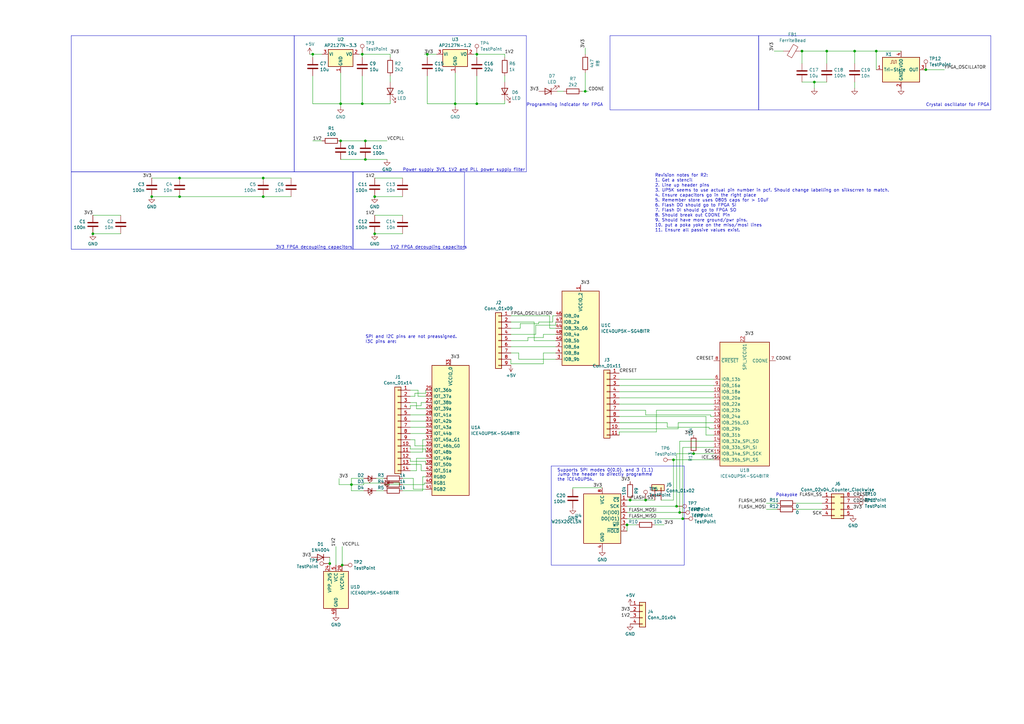
<source format=kicad_sch>
(kicad_sch (version 20230121) (generator eeschema)
  (paper "A3")
  (lib_symbols
    (symbol "Connector:TestPoint" (pin_numbers hide) (pin_names (offset 0.762) hide)
      (property "Reference" "TP" (at 0 6.858 0))
      (property "Value" "TestPoint" (at 0 5.08 0))
      (symbol "TestPoint_1_1"
        (pin passive line (at 0 0 90) (length 2.54) (name "1") (number "1"))
      )
    )
    (symbol "Connector_Generic:Conn_01x02" (pin_names (offset 1.016) hide)
      (property "Reference" "J" (at 0 2.54 0))
      (property "Value" "Conn_01x02" (at 0 -5.08 0))
      (symbol "Conn_01x02_1_1"
        (pin passive line (at -5.08 0 0) (length 3.81) (name "Pin_1") (number "1"))
        (pin passive line (at -5.08 -2.54 0) (length 3.81) (name "Pin_2") (number "2"))
      )
    )
    (symbol "Connector_Generic:Conn_01x04" (pin_names (offset 1.016) hide)
      (property "Reference" "J" (at 0 5.08 0))
      (property "Value" "Conn_01x04" (at 0 -7.62 0))
      (symbol "Conn_01x04_1_1"
        (pin passive line (at -5.08 2.54 0) (length 3.81) (name "Pin_1") (number "1"))
        (pin passive line (at -5.08 0 0) (length 3.81) (name "Pin_2") (number "2"))
        (pin passive line (at -5.08 -2.54 0) (length 3.81) (name "Pin_3") (number "3"))
        (pin passive line (at -5.08 -5.08 0) (length 3.81) (name "Pin_4") (number "4"))
      )
    )
    (symbol "Connector_Generic:Conn_01x09" (pin_names (offset 1.016) hide)
      (property "Reference" "J" (at 0 12.7 0))
      (property "Value" "Conn_01x09" (at 0 -12.7 0))
      (symbol "Conn_01x09_1_1"
        (pin passive line (at -5.08 10.16 0) (length 3.81) (name "Pin_1") (number "1"))
        (pin passive line (at -5.08 7.62 0) (length 3.81) (name "Pin_2") (number "2"))
        (pin passive line (at -5.08 5.08 0) (length 3.81) (name "Pin_3") (number "3"))
        (pin passive line (at -5.08 2.54 0) (length 3.81) (name "Pin_4") (number "4"))
        (pin passive line (at -5.08 0 0) (length 3.81) (name "Pin_5") (number "5"))
        (pin passive line (at -5.08 -2.54 0) (length 3.81) (name "Pin_6") (number "6"))
        (pin passive line (at -5.08 -5.08 0) (length 3.81) (name "Pin_7") (number "7"))
        (pin passive line (at -5.08 -7.62 0) (length 3.81) (name "Pin_8") (number "8"))
        (pin passive line (at -5.08 -10.16 0) (length 3.81) (name "Pin_9") (number "9"))
      )
    )
    (symbol "Connector_Generic:Conn_01x11" (pin_names (offset 1.016) hide)
      (property "Reference" "J" (at 0 15.24 0))
      (property "Value" "Conn_01x11" (at 0 -15.24 0))
      (symbol "Conn_01x11_1_1"
        (pin passive line (at -5.08 12.7 0) (length 3.81) (name "Pin_1") (number "1"))
        (pin passive line (at -5.08 -10.16 0) (length 3.81) (name "Pin_10") (number "10"))
        (pin passive line (at -5.08 -12.7 0) (length 3.81) (name "Pin_11") (number "11"))
        (pin passive line (at -5.08 10.16 0) (length 3.81) (name "Pin_2") (number "2"))
        (pin passive line (at -5.08 7.62 0) (length 3.81) (name "Pin_3") (number "3"))
        (pin passive line (at -5.08 5.08 0) (length 3.81) (name "Pin_4") (number "4"))
        (pin passive line (at -5.08 2.54 0) (length 3.81) (name "Pin_5") (number "5"))
        (pin passive line (at -5.08 0 0) (length 3.81) (name "Pin_6") (number "6"))
        (pin passive line (at -5.08 -2.54 0) (length 3.81) (name "Pin_7") (number "7"))
        (pin passive line (at -5.08 -5.08 0) (length 3.81) (name "Pin_8") (number "8"))
        (pin passive line (at -5.08 -7.62 0) (length 3.81) (name "Pin_9") (number "9"))
      )
    )
    (symbol "Connector_Generic:Conn_01x14" (pin_names (offset 1.016) hide)
      (property "Reference" "J" (at 0 17.78 0))
      (property "Value" "Conn_01x14" (at 0 -20.32 0))
      (symbol "Conn_01x14_1_1"
        (pin passive line (at -5.08 15.24 0) (length 3.81) (name "Pin_1") (number "1"))
        (pin passive line (at -5.08 -7.62 0) (length 3.81) (name "Pin_10") (number "10"))
        (pin passive line (at -5.08 -10.16 0) (length 3.81) (name "Pin_11") (number "11"))
        (pin passive line (at -5.08 -12.7 0) (length 3.81) (name "Pin_12") (number "12"))
        (pin passive line (at -5.08 -15.24 0) (length 3.81) (name "Pin_13") (number "13"))
        (pin passive line (at -5.08 -17.78 0) (length 3.81) (name "Pin_14") (number "14"))
        (pin passive line (at -5.08 12.7 0) (length 3.81) (name "Pin_2") (number "2"))
        (pin passive line (at -5.08 10.16 0) (length 3.81) (name "Pin_3") (number "3"))
        (pin passive line (at -5.08 7.62 0) (length 3.81) (name "Pin_4") (number "4"))
        (pin passive line (at -5.08 5.08 0) (length 3.81) (name "Pin_5") (number "5"))
        (pin passive line (at -5.08 2.54 0) (length 3.81) (name "Pin_6") (number "6"))
        (pin passive line (at -5.08 0 0) (length 3.81) (name "Pin_7") (number "7"))
        (pin passive line (at -5.08 -2.54 0) (length 3.81) (name "Pin_8") (number "8"))
        (pin passive line (at -5.08 -5.08 0) (length 3.81) (name "Pin_9") (number "9"))
      )
    )
    (symbol "Connector_Generic:Conn_02x04_Counter_Clockwise" (pin_names (offset 1.016) hide)
      (property "Reference" "J" (at 1.27 5.08 0))
      (property "Value" "Conn_02x04_Counter_Clockwise" (at 1.27 -7.62 0))
      (symbol "Conn_02x04_Counter_Clockwise_1_1"
        (pin passive line (at -5.08 2.54 0) (length 3.81) (name "Pin_1") (number "1"))
        (pin passive line (at -5.08 0 0) (length 3.81) (name "Pin_2") (number "2"))
        (pin passive line (at -5.08 -2.54 0) (length 3.81) (name "Pin_3") (number "3"))
        (pin passive line (at -5.08 -5.08 0) (length 3.81) (name "Pin_4") (number "4"))
        (pin passive line (at 7.62 -5.08 180) (length 3.81) (name "Pin_5") (number "5"))
        (pin passive line (at 7.62 -2.54 180) (length 3.81) (name "Pin_6") (number "6"))
        (pin passive line (at 7.62 0 180) (length 3.81) (name "Pin_7") (number "7"))
        (pin passive line (at 7.62 2.54 180) (length 3.81) (name "Pin_8") (number "8"))
      )
    )
    (symbol "Device:C" (pin_numbers hide) (pin_names (offset 0.254))
      (property "Reference" "C" (at 0.635 2.54 0))
      (property "Value" "C" (at 0.635 -2.54 0))
      (symbol "C_1_1"
        (pin passive line (at 0 3.81 270) (length 2.794) (name "~") (number "1"))
        (pin passive line (at 0 -3.81 90) (length 2.794) (name "~") (number "2"))
      )
    )
    (symbol "Device:FerriteBead" (pin_numbers hide) (pin_names (offset 0))
      (property "Reference" "FB" (at -3.81 0.635 90))
      (property "Value" "FerriteBead" (at 3.81 0 90))
      (symbol "FerriteBead_1_1"
        (pin passive line (at 0 3.81 270) (length 2.54) (name "~") (number "1"))
        (pin passive line (at 0 -3.81 90) (length 2.54) (name "~") (number "2"))
      )
    )
    (symbol "Device:LED" (pin_numbers hide) (pin_names (offset 1.016) hide)
      (property "Reference" "D" (at 0 2.54 0))
      (property "Value" "LED" (at 0 -2.54 0))
      (symbol "LED_1_1"
        (pin passive line (at -3.81 0 0) (length 2.54) (name "K") (number "1"))
        (pin passive line (at 3.81 0 180) (length 2.54) (name "A") (number "2"))
      )
    )
    (symbol "Device:LED_Small" (pin_numbers hide) (pin_names (offset 0.254) hide)
      (property "Reference" "D" (at -1.27 3.175 0))
      (property "Value" "LED_Small" (at -4.445 -2.54 0))
      (symbol "LED_Small_1_1"
        (pin passive line (at -2.54 0 0) (length 1.778) (name "K") (number "1"))
        (pin passive line (at 2.54 0 180) (length 1.778) (name "A") (number "2"))
      )
    )
    (symbol "Device:R" (pin_numbers hide) (pin_names (offset 0))
      (property "Reference" "R" (at 2.032 0 90))
      (property "Value" "R" (at 0 0 90))
      (symbol "R_1_1"
        (pin passive line (at 0 3.81 270) (length 1.27) (name "~") (number "1"))
        (pin passive line (at 0 -3.81 90) (length 1.27) (name "~") (number "2"))
      )
    )
    (symbol "Diode:1N4004" (pin_numbers hide) (pin_names hide)
      (property "Reference" "D" (at 0 2.54 0))
      (property "Value" "1N4004" (at 0 -2.54 0))
      (symbol "1N4004_1_1"
        (pin passive line (at -3.81 0 0) (length 2.54) (name "K") (number "1"))
        (pin passive line (at 3.81 0 180) (length 2.54) (name "A") (number "2"))
      )
    )
    (symbol "FPGA_Lattice:ICE40UP5K-SG48ITR"
      (property "Reference" "U" (at -8.89 -29.21 0))
      (property "Value" "ICE40UP5K-SG48ITR" (at 0 -31.75 0))
      (symbol "ICE40UP5K-SG48ITR_1_1"
        (pin bidirectional line (at -10.16 12.7 0) (length 2.54) (name "IOT_37a") (number "23"))
        (pin bidirectional line (at -10.16 15.24 0) (length 2.54) (name "IOT_36b") (number "25"))
        (pin bidirectional line (at -10.16 7.62 0) (length 2.54) (name "IOT_39a") (number "26"))
        (pin bidirectional line (at -10.16 10.16 0) (length 2.54) (name "IOT_38b") (number "27"))
        (pin bidirectional line (at -10.16 5.08 0) (length 2.54) (name "IOT_41a") (number "28"))
        (pin bidirectional line (at -10.16 2.54 0) (length 2.54) (name "IOT_42b") (number "31"))
        (pin bidirectional line (at -10.16 0 0) (length 2.54) (name "IOT_43a") (number "32"))
        (pin power_in line (at 0 27.94 270) (length 2.54) (name "VCCIO_0") (number "33"))
        (pin bidirectional line (at -10.16 -2.54 0) (length 2.54) (name "IOT_44b") (number "34"))
        (pin bidirectional line (at -10.16 -7.62 0) (length 2.54) (name "IOT_46b_G0") (number "35"))
        (pin bidirectional line (at -10.16 -10.16 0) (length 2.54) (name "IOT_48b") (number "36"))
        (pin bidirectional line (at -10.16 -5.08 0) (length 2.54) (name "IOT_45a_G1") (number "37"))
        (pin bidirectional line (at -10.16 -15.24 0) (length 2.54) (name "IOT_50b") (number "38"))
        (pin open_collector line (at -10.16 -20.32 0) (length 2.54) (name "RGB0") (number "39"))
        (pin open_collector line (at -10.16 -22.86 0) (length 2.54) (name "RGB1") (number "40"))
        (pin open_collector line (at -10.16 -25.4 0) (length 2.54) (name "RGB2") (number "41"))
        (pin bidirectional line (at -10.16 -17.78 0) (length 2.54) (name "IOT_51a") (number "42"))
        (pin bidirectional line (at -10.16 -12.7 0) (length 2.54) (name "IOT_49a") (number "43"))
      )
      (symbol "ICE40UP5K-SG48ITR_2_1"
        (pin bidirectional line (at -12.7 5.08 0) (length 2.54) (name "IOB_18a") (number "10"))
        (pin bidirectional line (at -12.7 2.54 0) (length 2.54) (name "IOB_20a") (number "11"))
        (pin bidirectional line (at -12.7 0 0) (length 2.54) (name "IOB_22a") (number "12"))
        (pin bidirectional line (at -12.7 -5.08 0) (length 2.54) (name "IOB_24a") (number "13"))
        (pin bidirectional line (at -12.7 -15.24 0) (length 2.54) (name "IOB_32a_SPI_SO") (number "14"))
        (pin bidirectional line (at -12.7 -20.32 0) (length 2.54) (name "IOB_34a_SPI_SCK") (number "15"))
        (pin bidirectional line (at -12.7 -22.86 0) (length 2.54) (name "IOB_35b_SPI_SS") (number "16"))
        (pin bidirectional line (at -12.7 -17.78 0) (length 2.54) (name "IOB_33b_SPI_SI") (number "17"))
        (pin bidirectional line (at -12.7 -12.7 0) (length 2.54) (name "IOB_31b") (number "18"))
        (pin bidirectional line (at -12.7 -10.16 0) (length 2.54) (name "IOB_29b") (number "19"))
        (pin bidirectional line (at -12.7 -7.62 0) (length 2.54) (name "IOB_25b_G3") (number "20"))
        (pin bidirectional line (at -12.7 -2.54 0) (length 2.54) (name "IOB_23b") (number "21"))
        (pin power_in line (at 0 27.94 270) (length 2.54) (name "SPI_VCCIO1") (number "22"))
        (pin bidirectional line (at -12.7 10.16 0) (length 2.54) (name "IOB_13b") (number "6"))
        (pin open_collector line (at 12.7 17.78 180) (length 2.54) (name "CDONE") (number "7"))
        (pin input line (at -12.7 17.78 0) (length 2.54) (name "~{CRESET}") (number "8"))
        (pin bidirectional line (at -12.7 7.62 0) (length 2.54) (name "IOB_16a") (number "9"))
      )
      (symbol "ICE40UP5K-SG48ITR_3_1"
        (pin power_in line (at 0 17.78 270) (length 2.54) (name "VCCIO_2") (number "1"))
        (pin bidirectional line (at -10.16 -7.62 0) (length 2.54) (name "IOB_6a") (number "2"))
        (pin bidirectional line (at -10.16 -12.7 0) (length 2.54) (name "IOB_9b") (number "3"))
        (pin bidirectional line (at -10.16 -10.16 0) (length 2.54) (name "IOB_8a") (number "4"))
        (pin bidirectional line (at -10.16 0 0) (length 2.54) (name "IOB_3b_G6") (number "44"))
        (pin bidirectional line (at -10.16 -5.08 0) (length 2.54) (name "IOB_5b") (number "45"))
        (pin bidirectional line (at -10.16 5.08 0) (length 2.54) (name "IOB_0a") (number "46"))
        (pin bidirectional line (at -10.16 2.54 0) (length 2.54) (name "IOB_2a") (number "47"))
        (pin bidirectional line (at -10.16 -2.54 0) (length 2.54) (name "IOB_4a") (number "48"))
      )
      (symbol "ICE40UP5K-SG48ITR_4_1"
        (pin power_in line (at -2.54 10.16 270) (length 2.54) (name "VPP_2V5") (number "24"))
        (pin power_out line (at 2.54 10.16 270) (length 2.54) (name "VCCPLL") (number "29"))
        (pin passive line (at 0 10.16 270) (length 2.54) hide (name "VCC") (number "30"))
        (pin power_in line (at 0 -10.16 90) (length 2.54) (name "GND") (number "49"))
        (pin power_in line (at 0 10.16 270) (length 2.54) (name "VCC") (number "5"))
      )
    )
    (symbol "Memory_Flash:W25X20CLSN"
      (property "Reference" "U" (at -7.62 10.16 0))
      (property "Value" "W25X20CLSN" (at 2.54 10.16 0))
      (symbol "W25X20CLSN_1_1"
        (pin input line (at -10.16 7.62 0) (length 2.54) (name "~{CS}") (number "1"))
        (pin bidirectional line (at -10.16 0 0) (length 2.54) (name "DO(IO1)") (number "2"))
        (pin bidirectional line (at -10.16 -2.54 0) (length 2.54) (name "~{WP}") (number "3"))
        (pin power_in line (at 0 -12.7 90) (length 2.54) (name "GND") (number "4"))
        (pin bidirectional line (at -10.16 2.54 0) (length 2.54) (name "DI(IO0)") (number "5"))
        (pin input line (at -10.16 5.08 0) (length 2.54) (name "SCK") (number "6"))
        (pin bidirectional line (at -10.16 -5.08 0) (length 2.54) (name "~{HOLD}") (number "7"))
        (pin power_in line (at 0 12.7 270) (length 2.54) (name "VCC") (number "8"))
      )
    )
    (symbol "Oscillator:ECS-2520MV-xxx-xx"
      (property "Reference" "X" (at -5.08 6.35 0))
      (property "Value" "ECS-2520MV-xxx-xx" (at 1.27 -6.35 0))
      (symbol "ECS-2520MV-xxx-xx_1_1"
        (pin input line (at -10.16 0 0) (length 2.54) (name "Tri-State") (number "1"))
        (pin power_in line (at 0 -7.62 90) (length 2.54) (name "GND") (number "2"))
        (pin output line (at 10.16 0 180) (length 2.54) (name "OUT") (number "3"))
        (pin power_in line (at 0 7.62 270) (length 2.54) (name "VDD") (number "4"))
      )
    )
    (symbol "Regulator_Linear:AP2127N-1.2" (pin_names (offset 0.254))
      (property "Reference" "U" (at -3.81 3.175 0))
      (property "Value" "AP2127N-1.2" (at 0 3.175 0))
      (symbol "AP2127N-1.2_1_1"
        (pin power_in line (at 0 -7.62 90) (length 2.54) (name "GND") (number "1"))
        (pin power_out line (at 7.62 0 180) (length 2.54) (name "VO") (number "2"))
        (pin power_in line (at -7.62 0 0) (length 2.54) (name "VI") (number "3"))
      )
    )
    (symbol "Regulator_Linear:AP2127N-3.3" (pin_names (offset 0.254))
      (property "Reference" "U" (at -3.81 3.175 0))
      (property "Value" "AP2127N-3.3" (at 0 3.175 0))
      (symbol "AP2127N-3.3_1_1"
        (pin power_in line (at 0 -7.62 90) (length 2.54) (name "GND") (number "1"))
        (pin power_out line (at 7.62 0 180) (length 2.54) (name "VO") (number "2"))
        (pin power_in line (at -7.62 0 0) (length 2.54) (name "VI") (number "3"))
      )
    )
    (symbol "power:+5V" (power) (pin_names (offset 0))
      (property "Value" "+5V" (at 0 3.556 0))
      (symbol "+5V_1_1"
        (pin power_in line (at 0 0 90) (length 0) hide (name "+5V") (number "1"))
      )
    )
    (symbol "power:GND" (power) (pin_names (offset 0))
      (property "Value" "GND" (at 0 -3.81 0))
      (symbol "GND_1_1"
        (pin power_in line (at 0 0 270) (length 0) hide (name "GND") (number "1"))
      )
    )
  )
  (junction (at 149.86 57.785))
  (junction (at 144.145 198.755))
  (junction (at 277.495 207.645))
  (junction (at 148.59 22.225))
  (junction (at 140.335 231.775))
  (junction (at 328.93 20.955))
  (junction (at 264.795 205.105))
  (junction (at 195.58 42.545))
  (junction (at 73.66 73.025))
  (junction (at 278.765 210.185))
  (junction (at 195.58 22.225))
  (junction (at 258.445 205.105))
  (junction (at 379.73 28.575))
  (junction (at 149.86 65.405))
  (junction (at 153.67 80.645))
  (junction (at 350.52 20.955))
  (junction (at 240.03 37.465))
  (junction (at 73.66 80.645))
  (junction (at 139.7 42.545))
  (junction (at 359.41 20.955))
  (junction (at 107.95 73.025))
  (junction (at 284.48 186.055))
  (junction (at 135.255 231.14))
  (junction (at 139.7 57.785))
  (junction (at 107.95 80.645))
  (junction (at 175.26 22.225))
  (junction (at 334.01 33.655))
  (junction (at 128.27 22.225))
  (junction (at 186.69 42.545))
  (junction (at 62.23 80.645))
  (junction (at 280.035 212.725))
  (junction (at 153.67 95.885))
  (junction (at 257.175 215.265))
  (junction (at 148.59 42.545))
  (junction (at 276.225 188.595))
  (junction (at 339.09 20.955))
  (junction (at 38.1 95.885))
  (wire (pts (xy 173.99 22.225) (xy 175.26 22.225)))
  (wire (pts (xy 128.27 42.545) (xy 139.7 42.545)))
  (wire (pts (xy 276.225 188.595) (xy 292.735 188.595)))
  (wire (pts (xy 222.885 137.16) (xy 222.885 138.43)))
  (wire (pts (xy 135.255 231.14) (xy 135.255 231.775)))
  (wire (pts (xy 169.545 196.215) (xy 169.545 200.66)))
  (wire (pts (xy 277.495 207.645) (xy 277.495 186.055)))
  (wire (pts (xy 169.545 200.66) (xy 174.625 200.66)))
  (wire (pts (xy 264.795 170.18) (xy 291.465 170.18)))
  (wire (pts (xy 148.59 22.225) (xy 148.59 23.495)))
  (wire (pts (xy 227.965 134.62) (xy 225.425 134.62)))
  (wire (pts (xy 149.225 196.215) (xy 144.145 196.215)))
  (wire (pts (xy 165.1 80.645) (xy 153.67 80.645)))
  (wire (pts (xy 254 177.165) (xy 269.24 177.165)))
  (wire (pts (xy 186.69 42.545) (xy 186.69 43.815)))
  (wire (pts (xy 128.27 22.225) (xy 132.08 22.225)))
  (wire (pts (xy 339.09 20.955) (xy 350.52 20.955)))
  (wire (pts (xy 165.1 88.265) (xy 153.67 88.265)))
  (wire (pts (xy 195.58 22.225) (xy 207.01 22.225)))
  (wire (pts (xy 240.03 19.685) (xy 240.03 22.225)))
  (wire (pts (xy 273.685 173.355) (xy 273.685 175.26)))
  (wire (pts (xy 172.72 190.5) (xy 172.72 193.04)))
  (wire (pts (xy 328.93 20.955) (xy 339.09 20.955)))
  (wire (pts (xy 226.695 129.54) (xy 226.695 132.08)))
  (wire (pts (xy 209.55 132.08) (xy 219.075 132.08)))
  (wire (pts (xy 257.175 215.265) (xy 257.175 217.805)))
  (wire (pts (xy 257.175 212.725) (xy 280.035 212.725)))
  (wire (pts (xy 139.7 65.405) (xy 149.86 65.405)))
  (wire (pts (xy 149.225 198.755) (xy 144.145 198.755)))
  (wire (pts (xy 165.1 198.755) (xy 173.99 198.755)))
  (wire (pts (xy 209.55 139.7) (xy 216.535 139.7)))
  (wire (pts (xy 326.39 206.375) (xy 337.185 206.375)))
  (wire (pts (xy 144.145 198.755) (xy 144.145 201.295)))
  (wire (pts (xy 173.355 195.58) (xy 173.355 201.295)))
  (wire (pts (xy 73.66 73.025) (xy 107.95 73.025)))
  (wire (pts (xy 227.965 137.16) (xy 222.885 137.16)))
  (wire (pts (xy 220.98 132.715) (xy 213.36 132.715)))
  (wire (pts (xy 359.41 28.575) (xy 359.41 20.955)))
  (wire (pts (xy 144.145 201.295) (xy 149.225 201.295)))
  (wire (pts (xy 328.93 20.955) (xy 328.93 26.035)))
  (wire (pts (xy 168.275 160.02) (xy 171.45 160.02)))
  (wire (pts (xy 170.18 161.29) (xy 174.625 161.29)))
  (wire (pts (xy 140.335 224.155) (xy 140.335 231.775)))
  (wire (pts (xy 234.95 200.025) (xy 247.015 200.025)))
  (wire (pts (xy 220.98 132.08) (xy 220.98 132.715)))
  (wire (pts (xy 207.01 33.655) (xy 207.01 31.115)))
  (wire (pts (xy 264.795 168.275) (xy 264.795 170.18)))
  (wire (pts (xy 172.72 166.37) (xy 168.275 166.37)))
  (wire (pts (xy 168.275 177.8) (xy 174.625 177.8)))
  (wire (pts (xy 339.09 20.955) (xy 339.09 26.035)))
  (wire (pts (xy 170.815 187.96) (xy 174.625 187.96)))
  (wire (pts (xy 290.83 175.895) (xy 292.735 175.895)))
  (wire (pts (xy 165.1 201.295) (xy 173.355 201.295)))
  (wire (pts (xy 334.01 36.195) (xy 334.01 33.655)))
  (wire (pts (xy 254 160.655) (xy 292.735 160.655)))
  (wire (pts (xy 278.765 180.975) (xy 278.765 210.185)))
  (wire (pts (xy 154.305 201.295) (xy 157.48 201.295)))
  (wire (pts (xy 260.985 215.265) (xy 257.175 215.265)))
  (wire (pts (xy 170.18 180.34) (xy 170.18 182.88)))
  (wire (pts (xy 73.66 73.025) (xy 62.23 73.025)))
  (wire (pts (xy 170.815 165.1) (xy 170.815 167.64)))
  (wire (pts (xy 173.99 198.755) (xy 173.99 198.12)))
  (wire (pts (xy 258.445 205.105) (xy 257.175 205.105)))
  (wire (pts (xy 148.59 42.545) (xy 160.02 42.545)))
  (wire (pts (xy 148.59 22.225) (xy 160.02 22.225)))
  (wire (pts (xy 171.45 160.02) (xy 171.45 162.56)))
  (wire (pts (xy 163.83 198.755) (xy 163.83 198.12)))
  (wire (pts (xy 254 178.435) (xy 254 177.165)))
  (wire (pts (xy 170.18 162.56) (xy 170.18 161.29)))
  (wire (pts (xy 212.725 147.32) (xy 227.965 147.32)))
  (wire (pts (xy 168.275 180.34) (xy 170.18 180.34)))
  (wire (pts (xy 174.625 185.42) (xy 174.625 184.15)))
  (wire (pts (xy 227.965 132.08) (xy 227.965 133.35)))
  (wire (pts (xy 139.7 57.785) (xy 149.86 57.785)))
  (wire (pts (xy 227.965 133.35) (xy 219.71 133.35)))
  (wire (pts (xy 128.27 31.115) (xy 128.27 42.545)))
  (wire (pts (xy 139.7 42.545) (xy 139.7 43.815)))
  (wire (pts (xy 254 155.575) (xy 292.735 155.575)))
  (wire (pts (xy 222.885 149.225) (xy 209.55 149.225)))
  (wire (pts (xy 168.275 172.72) (xy 174.625 172.72)))
  (wire (pts (xy 238.76 37.465) (xy 240.03 37.465)))
  (wire (pts (xy 226.695 132.08) (xy 220.98 132.08)))
  (wire (pts (xy 225.425 129.54) (xy 209.55 129.54)))
  (wire (pts (xy 171.45 162.56) (xy 174.625 162.56)))
  (wire (pts (xy 165.1 196.215) (xy 169.545 196.215)))
  (wire (pts (xy 73.66 80.645) (xy 107.95 80.645)))
  (wire (pts (xy 160.02 22.225) (xy 160.02 23.495)))
  (wire (pts (xy 227.965 144.78) (xy 222.885 144.78)))
  (wire (pts (xy 119.38 80.645) (xy 107.95 80.645)))
  (wire (pts (xy 163.83 198.755) (xy 157.48 198.755)))
  (wire (pts (xy 168.275 166.37) (xy 168.275 167.64)))
  (wire (pts (xy 154.305 196.215) (xy 157.48 196.215)))
  (wire (pts (xy 272.415 215.265) (xy 268.605 215.265)))
  (wire (pts (xy 222.885 144.78) (xy 222.885 149.225)))
  (wire (pts (xy 174.625 180.34) (xy 173.355 180.34)))
  (wire (pts (xy 222.885 138.43) (xy 216.535 138.43)))
  (wire (pts (xy 147.32 22.225) (xy 148.59 22.225)))
  (wire (pts (xy 175.26 22.225) (xy 175.26 23.495)))
  (wire (pts (xy 213.36 134.62) (xy 209.55 134.62)))
  (wire (pts (xy 175.26 22.225) (xy 179.07 22.225)))
  (wire (pts (xy 127 22.225) (xy 128.27 22.225)))
  (wire (pts (xy 219.71 137.16) (xy 209.55 137.16)))
  (wire (pts (xy 168.275 189.23) (xy 174.625 189.23)))
  (wire (pts (xy 195.58 42.545) (xy 207.01 42.545)))
  (wire (pts (xy 139.065 196.215) (xy 139.065 198.755)))
  (wire (pts (xy 269.24 168.275) (xy 292.735 168.275)))
  (wire (pts (xy 168.275 190.5) (xy 172.72 190.5)))
  (wire (pts (xy 168.275 187.96) (xy 168.275 189.23)))
  (wire (pts (xy 277.495 186.055) (xy 284.48 186.055)))
  (wire (pts (xy 213.36 132.715) (xy 213.36 134.62)))
  (wire (pts (xy 149.86 57.785) (xy 158.75 57.785)))
  (wire (pts (xy 173.99 198.12) (xy 174.625 198.12)))
  (wire (pts (xy 280.035 183.515) (xy 292.735 183.515)))
  (wire (pts (xy 264.795 205.105) (xy 268.605 205.105)))
  (wire (pts (xy 278.13 173.355) (xy 278.13 175.895)))
  (wire (pts (xy 49.53 95.885) (xy 38.1 95.885)))
  (wire (pts (xy 289.56 178.435) (xy 292.735 178.435)))
  (wire (pts (xy 168.275 162.56) (xy 170.18 162.56)))
  (wire (pts (xy 207.01 42.545) (xy 207.01 41.275)))
  (wire (pts (xy 149.86 65.405) (xy 158.75 65.405)))
  (wire (pts (xy 284.48 186.055) (xy 292.735 186.055)))
  (wire (pts (xy 276.225 205.105) (xy 276.225 188.595)))
  (wire (pts (xy 170.815 167.64) (xy 174.625 167.64)))
  (wire (pts (xy 186.69 42.545) (xy 195.58 42.545)))
  (wire (pts (xy 350.52 20.955) (xy 359.41 20.955)))
  (wire (pts (xy 174.625 189.23) (xy 174.625 190.5)))
  (wire (pts (xy 317.5 20.955) (xy 321.31 20.955)))
  (wire (pts (xy 234.95 200.025) (xy 234.95 200.66)))
  (wire (pts (xy 219.075 132.08) (xy 219.075 139.7)))
  (wire (pts (xy 240.03 37.465) (xy 241.3 37.465)))
  (wire (pts (xy 291.465 170.815) (xy 292.735 170.815)))
  (wire (pts (xy 139.7 29.845) (xy 139.7 42.545)))
  (wire (pts (xy 269.24 177.165) (xy 269.24 168.275)))
  (wire (pts (xy 119.38 73.025) (xy 107.95 73.025)))
  (wire (pts (xy 314.325 206.375) (xy 318.77 206.375)))
  (wire (pts (xy 225.425 134.62) (xy 225.425 129.54)))
  (wire (pts (xy 292.735 173.355) (xy 278.13 173.355)))
  (wire (pts (xy 350.52 26.035) (xy 350.52 20.955)))
  (wire (pts (xy 173.355 195.58) (xy 174.625 195.58)))
  (wire (pts (xy 254 173.355) (xy 273.685 173.355)))
  (wire (pts (xy 149.225 198.755) (xy 149.225 198.12)))
  (wire (pts (xy 212.725 144.78) (xy 212.725 147.32)))
  (wire (pts (xy 175.26 42.545) (xy 186.69 42.545)))
  (wire (pts (xy 49.53 88.265) (xy 38.1 88.265)))
  (wire (pts (xy 137.795 224.155) (xy 137.795 231.775)))
  (wire (pts (xy 369.57 20.955) (xy 359.41 20.955)))
  (wire (pts (xy 209.55 142.24) (xy 227.965 142.24)))
  (wire (pts (xy 73.66 80.645) (xy 62.23 80.645)))
  (wire (pts (xy 128.27 22.225) (xy 128.27 23.495)))
  (wire (pts (xy 149.225 198.12) (xy 156.21 198.12)))
  (wire (pts (xy 273.685 175.26) (xy 290.83 175.26)))
  (wire (pts (xy 216.535 138.43) (xy 216.535 139.7)))
  (wire (pts (xy 175.26 31.115) (xy 175.26 42.545)))
  (wire (pts (xy 174.625 184.15) (xy 168.275 184.15)))
  (wire (pts (xy 194.31 22.225) (xy 195.58 22.225)))
  (wire (pts (xy 227.965 129.54) (xy 226.695 129.54)))
  (wire (pts (xy 240.03 29.845) (xy 240.03 37.465)))
  (wire (pts (xy 170.18 182.88) (xy 174.625 182.88)))
  (wire (pts (xy 165.1 95.885) (xy 153.67 95.885)))
  (wire (pts (xy 258.445 205.105) (xy 264.795 205.105)))
  (wire (pts (xy 231.14 37.465) (xy 228.6 37.465)))
  (wire (pts (xy 254 168.275) (xy 264.795 168.275)))
  (wire (pts (xy 144.145 196.215) (xy 144.145 198.755)))
  (wire (pts (xy 289.56 170.815) (xy 289.56 178.435)))
  (wire (pts (xy 173.355 180.34) (xy 173.355 185.42)))
  (wire (pts (xy 172.72 165.1) (xy 172.72 166.37)))
  (wire (pts (xy 160.02 33.655) (xy 160.02 31.115)))
  (wire (pts (xy 170.815 187.96) (xy 170.815 193.04)))
  (wire (pts (xy 219.075 139.7) (xy 227.965 139.7)))
  (wire (pts (xy 254 163.195) (xy 292.735 163.195)))
  (wire (pts (xy 254 165.735) (xy 292.735 165.735)))
  (wire (pts (xy 195.58 31.115) (xy 195.58 42.545)))
  (wire (pts (xy 170.815 193.04) (xy 168.275 193.04)))
  (wire (pts (xy 334.01 33.655) (xy 339.09 33.655)))
  (wire (pts (xy 163.83 198.12) (xy 161.29 198.12)))
  (wire (pts (xy 278.13 175.895) (xy 254 175.895)))
  (wire (pts (xy 139.7 42.545) (xy 148.59 42.545)))
  (wire (pts (xy 207.01 22.225) (xy 207.01 23.495)))
  (wire (pts (xy 174.625 161.29) (xy 174.625 160.02)))
  (wire (pts (xy 186.69 29.845) (xy 186.69 42.545)))
  (wire (pts (xy 165.1 73.025) (xy 153.67 73.025)))
  (wire (pts (xy 148.59 31.115) (xy 148.59 42.545)))
  (wire (pts (xy 314.325 208.915) (xy 318.77 208.915)))
  (wire (pts (xy 195.58 22.225) (xy 195.58 23.495)))
  (wire (pts (xy 379.73 28.575) (xy 387.35 28.575)))
  (wire (pts (xy 168.275 165.1) (xy 170.815 165.1)))
  (wire (pts (xy 271.145 205.105) (xy 276.225 205.105)))
  (wire (pts (xy 135.255 228.6) (xy 135.255 231.14)))
  (wire (pts (xy 128.27 57.785) (xy 132.08 57.785)))
  (wire (pts (xy 168.275 184.15) (xy 168.275 182.88)))
  (wire (pts (xy 254 170.815) (xy 289.56 170.815)))
  (wire (pts (xy 278.765 180.975) (xy 292.735 180.975)))
  (wire (pts (xy 168.275 170.18) (xy 174.625 170.18)))
  (wire (pts (xy 174.625 165.1) (xy 172.72 165.1)))
  (wire (pts (xy 209.55 144.78) (xy 212.725 144.78)))
  (wire (pts (xy 254 158.115) (xy 292.735 158.115)))
  (wire (pts (xy 291.465 170.18) (xy 291.465 170.815)))
  (wire (pts (xy 257.175 210.185) (xy 278.765 210.185)))
  (wire (pts (xy 168.275 185.42) (xy 173.355 185.42)))
  (wire (pts (xy 209.55 149.225) (xy 209.55 147.32)))
  (wire (pts (xy 290.83 175.26) (xy 290.83 175.895)))
  (wire (pts (xy 144.145 198.755) (xy 139.065 198.755)))
  (wire (pts (xy 257.175 207.645) (xy 277.495 207.645)))
  (wire (pts (xy 326.39 208.915) (xy 337.185 208.915)))
  (wire (pts (xy 280.035 212.725) (xy 280.035 183.515)))
  (wire (pts (xy 350.52 33.655) (xy 350.52 36.195)))
  (wire (pts (xy 160.02 42.545) (xy 160.02 41.275)))
  (wire (pts (xy 219.71 133.35) (xy 219.71 137.16)))
  (wire (pts (xy 172.72 193.04) (xy 174.625 193.04)))
  (wire (pts (xy 328.93 33.655) (xy 334.01 33.655)))
  (wire (pts (xy 168.275 175.26) (xy 174.625 175.26)))
  (rectangle (start 250.19 14.605) (end 311.15 45.085))
  (rectangle (start 226.06 231.775) (end 280.67 191.135))
  (rectangle (start 120.65 14.605) (end 215.9 70.485))
  (rectangle (start 311.15 14.605) (end 406.4 45.085))
  (rectangle (start 144.78 70.485) (end 190.5 102.235))
  (rectangle (start 29.21 14.605) (end 120.65 70.485))
  (rectangle (start 29.21 70.485) (end 144.78 102.235))
  (text "Power supply 3V3, 1V2 and PLL power supply filter" (at 165.1 70.485 0) (effects (font (size 1.27 1.27)) (justify left bottom)))
  (text "Programming indicator for FPGA" (at 215.9 43.815 0) (effects (font (size 1.27 1.27)) (justify left bottom)))
  (text "Supports SPI modes 0(0,0), and 3 (1,1)" (at 267.97 193.675 0) (effects (font (size 1.27 1.27)) (justify right bottom)))
  (text "Jump the header to directly programme\nthe iCE40UP5k." (at 228.6 197.485 0) (effects (font (size 1.27 1.27)) (justify left bottom)))
  (text "Revision notes for R2:\n1. Get a stencil\n2. Line up header pins\n3. UP5K seems to use actual pin number in pcf. Should change labelling on silkscrren to match.\n4. Ensure capacitors go in the right place\n5. Remember store uses 0805 caps for > 10uF\n6. Flash DO should go to FPGA SI\n7. Flash DI should go to FPGA SO\n8. Should break out CDONE Pin\n9. Should have more ground/pwr pins.\n10. put a poka yoke on the miso/mosi lines\n11. Ensure all passive values exist." (at 268.605 95.25 0) (effects (font (size 1.27 1.27)) (justify left bottom)))
  (text "Crystal oscillator for FPGA" (at 379.73 43.815 0) (effects (font (size 1.27 1.27)) (justify left bottom)))
  (text "SPI and I2C pins are not preassigned.\nI3C pins are:" (at 149.86 140.97 0) (effects (font (size 1.27 1.27)) (justify left bottom)))
  (text "3V3 FPGA decoupling capacitors" (at 113.03 102.235 0) (effects (font (size 1.27 1.27)) (justify left bottom)))
  (text "Pokayoke" (at 318.135 203.835 0) (effects (font (size 1.27 1.27)) (justify left bottom)))
  (text "1V2 FPGA decoupling capacitors" (at 160.02 102.235 0) (effects (font (size 1.27 1.27)) (justify left bottom)))
  (label "3V3" (at 238.125 116.84 0))
  (label "SCK" (at 288.925 186.055 0))
  (label "3V3" (at 258.445 197.485 180))
  (label "FLASH_MISO" (at 314.325 206.375 180))
  (label "FLASH_MISO" (at 257.81 212.725 0))
  (label "1V2" (at 137.795 224.155 90))
  (label "3V3" (at 184.785 147.32 0))
  (label "FPGA_OSCILLATOR" (at 209.55 129.54 0))
  (label "1V2" (at 207.01 22.225 0))
  (label "1V2" (at 128.27 57.785 0))
  (label "CRESET" (at 292.735 147.955 180))
  (label "3V3" (at 349.885 208.915 0))
  (label "FLASH_MOSI" (at 257.81 210.185 0))
  (label "3V3" (at 272.415 215.265 0))
  (label "VCCPLL" (at 158.75 57.785 0))
  (label "ICE_SS" (at 287.655 188.595 0))
  (label "3V3" (at 284.48 178.435 180))
  (label "3V3" (at 258.445 250.825 180))
  (label "3V3" (at 62.23 73.025 180))
  (label "3V3" (at 317.5 20.955 90))
  (label "CDONE" (at 318.135 147.955 0))
  (label "1V2" (at 153.67 73.025 180))
  (label "3V3" (at 173.99 22.225 0))
  (label "3V3" (at 305.435 137.795 0))
  (label "FLASH_MOSI" (at 314.325 208.915 180))
  (label "3V3" (at 139.065 196.215 0))
  (label "3V3" (at 240.03 19.685 90))
  (label "3V3" (at 220.98 37.465 180))
  (label "CDONE" (at 349.885 206.375 0))
  (label "1V2" (at 153.67 88.265 180))
  (label "3V3" (at 160.02 22.225 0))
  (label "CRESET" (at 254 153.035 0))
  (label "CDONE" (at 241.3 37.465 0))
  (label "CRESET" (at 349.885 203.835 0))
  (label "FPGA_OSCILLATOR" (at 387.35 28.575 0))
  (label "FLASH_SS" (at 337.185 203.835 180))
  (label "VCCPLL" (at 140.335 224.155 0))
  (label "3V3" (at 127.635 228.6 180))
  (label "1V2" (at 258.445 253.365 180))
  (label "3V3" (at 38.1 88.265 180))
  (label "3V3" (at 247.015 200.025 180))
  (label "FLASH_SS" (at 267.97 205.105 180))
  (label "SCK" (at 337.185 211.455 180))
  (symbol (lib_id "Connector:TestPoint") (at 349.885 203.835 270) (unit 1)
    (property "Reference" "TP10" (at 354.584 202.6229 90) (effects (justify left)))
    (property "Value" "TestPoint" (at 354.584 205.0471 90) (effects (justify left)))
    (property "Footprint" "TestPoint:TestPoint_Pad_2.0x2.0mm" (effects hide))
  )
  (symbol (lib_id "Connector:TestPoint") (at 280.035 212.725 270) (unit 1)
    (property "Reference" "TP9" (at 284.734 211.5129 90) (effects (justify left)))
    (property "Value" "TestPoint" (at 284.734 213.9371 90) (effects (justify left)))
    (property "Footprint" "TestPoint:TestPoint_Pad_2.0x2.0mm" (effects hide))
  )
  (symbol (lib_id "Device:LED") (at 160.02 37.465 90) (unit 1)
    (property "Reference" "D5" (at 162.941 37.8404 90) (effects (justify right)))
    (property "Value" "LED" (at 162.941 40.2646 90) (effects (justify right)))
    (property "Footprint" "Diode_SMD:D_0603_1608Metric" (effects hide))
    (property "Datasheet" "https://www.digikey.co.nz/en/products/detail/rohm-semiconductor/SML-D12P8WT86/1641798" (effects hide))
    (property "Price" "0.2853" (effects hide))
  )
  (symbol (lib_id "Device:LED_Small") (at 151.765 196.215 180) (unit 1)
    (property "Reference" "D2" (at 147.955 194.945 0))
    (property "Value" "LED_Small" (effects hide))
    (property "Footprint" "Diode_SMD:D_0603_1608Metric_Pad1.05x0.95mm_HandSolder" (effects hide))
  )
  (symbol (lib_id "Oscillator:ECS-2520MV-xxx-xx") (at 369.57 28.575 0) (unit 1)
    (property "Reference" "X1" (at 364.49 22.225 0))
    (property "Value" "ECS-2520MV-xxx-xx" (effects hide))
    (property "Footprint" "Oscillator:Oscillator_SMD_ECS_2520MV-xxx-xx-4Pin_2.5x2.0mm" (effects hide))
    (property "Datasheet" "https://www.ecsxtal.com/store/pdf/ECS-2520MV.pdf" (effects hide))
    (property "Price" "3.024" (effects hide))
  )
  (symbol (lib_id "power:GND") (at 247.015 225.425 0) (mirror y) (unit 1)
    (property "Reference" "#PWR011" (effects hide))
    (property "Value" "GND" (at 247.015 229.5581 0))
  )
  (symbol (lib_id "Device:C") (at 339.09 29.845 0) (unit 1)
    (property "Reference" "C18" (at 342.011 28.6329 0) (effects (justify left)))
    (property "Value" "100n" (at 342.011 31.0571 0) (effects (justify left)))
    (property "Footprint" "Capacitor_SMD:C_0603_1608Metric" (effects hide))
  )
  (symbol (lib_id "Connector:TestPoint") (at 379.73 28.575 0) (unit 1)
    (property "Reference" "TP12" (at 381.127 24.0609 0) (effects (justify left)))
    (property "Value" "TestPoint" (at 381.127 26.4851 0) (effects (justify left)))
    (property "Footprint" "TestPoint:TestPoint_Pad_2.0x2.0mm" (effects hide))
  )
  (symbol (lib_id "Device:C") (at 148.59 27.305 0) (unit 1)
    (property "Reference" "C9" (at 151.511 26.0929 0) (effects (justify left)))
    (property "Value" "10u" (at 151.511 28.5171 0) (effects (justify left)))
    (property "Footprint" "Capacitor_SMD:C_0805_2012Metric" (effects hide))
  )
  (symbol (lib_id "Device:C") (at 119.38 76.835 0) (unit 1)
    (property "Reference" "C6" (at 116.459 75.6229 0) (effects (justify right)))
    (property "Value" "10n" (at 116.459 78.0471 0) (effects (justify right)))
    (property "Footprint" "Capacitor_SMD:C_0603_1608Metric" (effects hide))
  )
  (symbol (lib_id "Connector:TestPoint") (at 349.885 206.375 270) (unit 1)
    (property "Reference" "TP11" (at 354.584 205.1629 90) (effects (justify left)))
    (property "Value" "TestPoint" (at 354.584 207.5871 90) (effects (justify left)))
    (property "Footprint" "TestPoint:TestPoint_Pad_2.0x2.0mm" (effects hide))
  )
  (symbol (lib_id "Connector:TestPoint") (at 140.335 231.775 270) (unit 1)
    (property "Reference" "TP2" (at 145.034 230.5629 90) (effects (justify left)))
    (property "Value" "TestPoint" (at 145.034 232.9871 90) (effects (justify left)))
    (property "Footprint" "TestPoint:TestPoint_Pad_2.0x2.0mm" (effects hide))
  )
  (symbol (lib_id "Device:R") (at 207.01 27.305 0) (unit 1)
    (property "Reference" "R6" (at 208.788 26.0929 0) (effects (justify left)))
    (property "Value" "1k" (at 208.788 28.5171 0) (effects (justify left)))
    (property "Footprint" "Resistor_SMD:R_0603_1608Metric" (effects hide))
    (property "Mouser Price/Stock" "Use SMT Lab parts" (effects hide))
  )
  (symbol (lib_id "Device:R") (at 135.89 57.785 270) (unit 1)
    (property "Reference" "R1" (at 135.89 52.6247 90))
    (property "Value" "100" (at 135.89 55.0489 90))
    (property "Footprint" "Resistor_SMD:R_0603_1608Metric" (effects hide))
    (property "Datasheet" "https://www.digikey.co.nz/en/products/detail/yageo/RC0603JR-13330RL/14286483" (effects hide))
  )
  (symbol (lib_id "Device:LED") (at 224.79 37.465 180) (unit 1)
    (property "Reference" "D7" (at 226.3775 31.1617 0))
    (property "Value" "LED" (at 226.3775 33.5859 0))
    (property "Footprint" "Diode_SMD:D_0603_1608Metric" (effects hide))
    (property "Datasheet" "https://www.digikey.co.nz/en/products/detail/rohm-semiconductor/SML-D12P8WT86/1641798" (effects hide))
    (property "Price" "0.5157" (effects hide))
  )
  (symbol (lib_id "power:GND") (at 153.67 80.645 0) (unit 1)
    (property "Reference" "#PWR06" (effects hide))
    (property "Value" "GND" (at 153.67 84.7781 0))
  )
  (symbol (lib_id "power:GND") (at 153.67 95.885 0) (unit 1)
    (property "Reference" "#PWR07" (effects hide))
    (property "Value" "GND" (at 153.67 100.0181 0))
  )
  (symbol (lib_id "Connector:TestPoint") (at 135.255 231.14 90) (mirror x) (unit 1)
    (property "Reference" "TP1" (at 130.556 229.9279 90) (effects (justify left)))
    (property "Value" "TestPoint" (at 130.556 232.3521 90) (effects (justify left)))
    (property "Footprint" "TestPoint:TestPoint_Pad_2.0x2.0mm" (effects hide))
  )
  (symbol (lib_id "Connector_Generic:Conn_01x11") (at 248.92 165.735 0) (mirror y) (unit 1)
    (property "Reference" "J3" (at 248.92 147.6207 0))
    (property "Value" "Conn_01x11" (at 248.92 150.0449 0))
    (property "Footprint" "Connector_PinHeader_2.54mm:PinHeader_1x11_P2.54mm_Vertical" (effects hide))
  )
  (symbol (lib_id "Device:C") (at 139.7 61.595 0) (unit 1)
    (property "Reference" "C8" (at 142.621 60.3829 0) (effects (justify left)))
    (property "Value" "10u" (at 142.621 62.8071 0) (effects (justify left)))
    (property "Footprint" "Capacitor_SMD:C_0805_2012Metric" (effects hide))
  )
  (symbol (lib_id "Device:R") (at 161.29 201.295 90) (unit 1)
    (property "Reference" "R5" (at 156.21 200.025 90))
    (property "Value" "1k" (at 165.1 200.025 90))
    (property "Footprint" "Resistor_SMD:R_0603_1608Metric" (effects hide))
  )
  (symbol (lib_id "Device:R") (at 258.445 201.295 0) (mirror y) (unit 1)
    (property "Reference" "R9" (at 260.985 201.295 90))
    (property "Value" "10k" (at 255.905 201.295 90))
    (property "Footprint" "Resistor_SMD:R_0603_1608Metric" (effects hide))
    (property "Datasheet" "https://www.digikey.co.nz/en/products/detail/yageo/AC0603FR-1310KL/13694194" (effects hide))
  )
  (symbol (lib_id "Device:C") (at 153.67 92.075 0) (unit 1)
    (property "Reference" "C12" (at 150.749 90.8629 0) (effects (justify right)))
    (property "Value" "100n" (at 150.749 93.2871 0) (effects (justify right)))
    (property "Footprint" "Capacitor_SMD:C_0603_1608Metric" (effects hide))
  )
  (symbol (lib_id "power:GND") (at 137.795 252.095 0) (unit 1)
    (property "Reference" "#PWR04" (effects hide))
    (property "Value" "GND" (at 137.795 256.2281 0))
  )
  (symbol (lib_id "Device:C") (at 149.86 61.595 0) (unit 1)
    (property "Reference" "C10" (at 152.781 60.3829 0) (effects (justify left)))
    (property "Value" "100n" (at 152.781 62.8071 0) (effects (justify left)))
    (property "Footprint" "Capacitor_SMD:C_0603_1608Metric" (effects hide))
  )
  (symbol (lib_id "Device:R") (at 322.58 208.915 90) (mirror x) (unit 1)
    (property "Reference" "R12" (at 317.5 207.645 90))
    (property "Value" "0" (at 327.025 210.185 90))
    (property "Footprint" "Resistor_SMD:R_0603_1608Metric" (effects hide))
    (property "Datasheet" "https://www.digikey.co.nz/en/products/detail/yageo/AC0603FR-1310KL/13694194" (effects hide))
  )
  (symbol (lib_id "Device:R") (at 240.03 26.035 0) (mirror y) (unit 1)
    (property "Reference" "R8" (at 245.1903 26.035 90))
    (property "Value" "4k7" (at 242.7661 26.035 90))
    (property "Footprint" "Resistor_SMD:R_0603_1608Metric" (effects hide))
    (property "Mouser Price/Stock" "Use SMT Lab parts" (effects hide))
  )
  (symbol (lib_id "power:GND") (at 38.1 95.885 0) (unit 1)
    (property "Reference" "#PWR01" (effects hide))
    (property "Value" "GND" (at 38.1 100.0181 0))
  )
  (symbol (lib_id "FPGA_Lattice:ICE40UP5K-SG48ITR") (at 184.785 175.26 0) (unit 1)
    (property "Reference" "U1" (at 193.167 175.3179 0) (effects (justify left)))
    (property "Value" "ICE40UP5K-SG48ITR" (at 193.167 177.7421 0) (effects (justify left)))
    (property "Footprint" "Package_DFN_QFN:QFN-48-1EP_7x7mm_P0.5mm_EP5.6x5.6mm" (effects hide))
    (property "Datasheet" "http://www.latticesemi.com/Products/FPGAandCPLD/iCE40Ultra" (effects hide))
  )
  (symbol (lib_id "Device:R") (at 161.29 198.755 90) (unit 1)
    (property "Reference" "R4" (at 156.21 197.485 90))
    (property "Value" "1k" (at 165.1 197.485 90))
    (property "Footprint" "Resistor_SMD:R_0603_1608Metric" (effects hide))
  )
  (symbol (lib_id "Connector:TestPoint") (at 278.765 210.185 270) (unit 1)
    (property "Reference" "TP8" (at 283.464 208.9729 90) (effects (justify left)))
    (property "Value" "TestPoint" (at 283.464 211.3971 90) (effects (justify left)))
    (property "Footprint" "TestPoint:TestPoint_Pad_2.0x2.0mm" (effects hide))
  )
  (symbol (lib_id "power:GND") (at 334.01 36.195 0) (unit 1)
    (property "Reference" "#PWR014" (effects hide))
    (property "Value" "GND" (effects hide))
  )
  (symbol (lib_id "Device:C") (at 175.26 27.305 180) (unit 1)
    (property "Reference" "C15" (at 178.181 26.0929 0) (effects (justify right)))
    (property "Value" "10u" (at 178.181 28.5171 0) (effects (justify right)))
    (property "Footprint" "Capacitor_SMD:C_0805_2012Metric" (effects hide))
  )
  (symbol (lib_id "Connector:TestPoint") (at 277.495 207.645 270) (unit 1)
    (property "Reference" "TP7" (at 282.194 206.4329 90) (effects (justify left)))
    (property "Value" "TestPoint" (at 282.194 208.8571 90) (effects (justify left)))
    (property "Footprint" "TestPoint:TestPoint_Pad_2.0x2.0mm" (effects hide))
  )
  (symbol (lib_id "power:GND") (at 369.57 36.195 0) (unit 1)
    (property "Reference" "#PWR017" (effects hide))
    (property "Value" "GND" (effects hide))
  )
  (symbol (lib_id "Device:C") (at 165.1 76.835 0) (unit 1)
    (property "Reference" "C13" (at 162.179 75.6229 0) (effects (justify right)))
    (property "Value" "10n" (at 162.179 78.0471 0) (effects (justify right)))
    (property "Footprint" "Capacitor_SMD:C_0603_1608Metric" (effects hide))
  )
  (symbol (lib_id "Device:C") (at 153.67 76.835 0) (unit 1)
    (property "Reference" "C11" (at 150.749 75.6229 0) (effects (justify right)))
    (property "Value" "100n" (at 150.749 78.0471 0) (effects (justify right)))
    (property "Footprint" "Capacitor_SMD:C_0603_1608Metric" (effects hide))
  )
  (symbol (lib_id "power:GND") (at 350.52 36.195 0) (unit 1)
    (property "Reference" "#PWR016" (effects hide))
    (property "Value" "GND" (effects hide))
  )
  (symbol (lib_id "Connector_Generic:Conn_01x09") (at 204.47 139.7 0) (mirror y) (unit 1)
    (property "Reference" "J2" (at 204.47 124.1257 0))
    (property "Value" "Conn_01x09" (at 204.47 126.5499 0))
    (property "Footprint" "Connector_PinHeader_2.54mm:PinHeader_1x09_P2.54mm_Vertical" (effects hide))
  )
  (symbol (lib_id "power:GND") (at 186.69 43.815 0) (unit 1)
    (property "Reference" "#PWR09" (effects hide))
    (property "Value" "GND" (at 186.69 47.9481 0))
  )
  (symbol (lib_id "power:+5V") (at 258.445 248.285 0) (unit 1)
    (property "Reference" "#PWR012" (effects hide))
    (property "Value" "+5V" (at 258.445 244.1519 0))
  )
  (symbol (lib_id "Device:R") (at 160.02 27.305 0) (unit 1)
    (property "Reference" "R2" (at 161.798 26.0929 0) (effects (justify left)))
    (property "Value" "2k2" (at 161.798 28.5171 0) (effects (justify left)))
    (property "Footprint" "Resistor_SMD:R_0603_1608Metric" (effects hide))
    (property "Mouser Price/Stock" "Use SMT Lab parts" (effects hide))
  )
  (symbol (lib_id "Device:C") (at 107.95 76.835 0) (unit 1)
    (property "Reference" "C5" (at 105.029 75.6229 0) (effects (justify right)))
    (property "Value" "100n" (at 105.029 78.0471 0) (effects (justify right)))
    (property "Footprint" "Capacitor_SMD:C_0603_1608Metric" (effects hide))
  )
  (symbol (lib_id "Connector_Generic:Conn_01x14") (at 163.195 175.26 0) (mirror y) (unit 1)
    (property "Reference" "J1" (at 163.195 154.6057 0))
    (property "Value" "Conn_01x14" (at 163.195 157.0299 0))
    (property "Footprint" "Connector_PinHeader_2.54mm:PinHeader_1x14_P2.54mm_Vertical" (effects hide))
  )
  (symbol (lib_id "Device:LED") (at 207.01 37.465 90) (unit 1)
    (property "Reference" "D6" (at 209.931 37.8404 90) (effects (justify right)))
    (property "Value" "LED" (at 209.931 40.2646 90) (effects (justify right)))
    (property "Footprint" "Diode_SMD:D_0603_1608Metric" (effects hide))
    (property "Datasheet" "https://www.digikey.co.nz/en/products/detail/rohm-semiconductor/SML-D12P8WT86/1641798" (effects hide))
    (property "Price" "0.2853" (effects hide))
  )
  (symbol (lib_id "Connector:TestPoint") (at 264.795 205.105 0) (unit 1)
    (property "Reference" "TP5" (at 266.192 200.5909 0) (effects (justify left)))
    (property "Value" "TestPoint" (at 266.192 203.0151 0) (effects (justify left)))
    (property "Footprint" "TestPoint:TestPoint_Pad_2.0x2.0mm" (effects hide))
  )
  (symbol (lib_id "Device:LED_Small") (at 151.765 201.295 180) (unit 1)
    (property "Reference" "D4" (at 147.955 200.025 0))
    (property "Value" "LED_Small" (effects hide))
    (property "Footprint" "Diode_SMD:D_0603_1608Metric_Pad1.05x0.95mm_HandSolder" (effects hide))
  )
  (symbol (lib_id "FPGA_Lattice:ICE40UP5K-SG48ITR") (at 137.795 241.935 0) (unit 4)
    (property "Reference" "U1" (at 143.637 240.7229 0) (effects (justify left)))
    (property "Value" "ICE40UP5K-SG48ITR" (at 143.637 243.1471 0) (effects (justify left)))
    (property "Footprint" "Package_DFN_QFN:QFN-48-1EP_7x7mm_P0.5mm_EP5.6x5.6mm" (effects hide))
    (property "Datasheet" "http://www.latticesemi.com/Products/FPGAandCPLD/iCE40Ultra" (effects hide))
  )
  (symbol (lib_id "Connector_Generic:Conn_01x02") (at 271.145 200.025 270) (mirror x) (unit 1)
    (property "Reference" "J5" (at 273.177 198.8129 90) (effects (justify left)))
    (property "Value" "Conn_01x02" (at 273.177 201.2371 90) (effects (justify left)))
    (property "Footprint" "Connector_PinHeader_2.54mm:PinHeader_1x02_P2.54mm_Vertical" (effects hide))
  )
  (symbol (lib_id "power:GND") (at 158.75 65.405 0) (unit 1)
    (property "Reference" "#PWR08" (effects hide))
    (property "Value" "GND" (at 158.75 69.5381 0))
  )
  (symbol (lib_id "Device:R") (at 234.95 37.465 270) (unit 1)
    (property "Reference" "R7" (at 234.95 32.3047 90))
    (property "Value" "2k2" (at 234.95 34.7289 90))
    (property "Footprint" "Resistor_SMD:R_0603_1608Metric" (effects hide))
    (property "Datasheet" "https://www.digikey.co.nz/en/products/detail/yageo/RC0603JR-13330RL/14286483" (effects hide))
  )
  (symbol (lib_id "power:+5V") (at 209.55 149.86 180) (unit 1)
    (property "Reference" "#PWR010" (effects hide))
    (property "Value" "+5V" (at 209.55 153.9931 0))
  )
  (symbol (lib_id "Regulator_Linear:AP2127N-3.3") (at 139.7 22.225 0) (unit 1)
    (property "Reference" "U2" (at 139.7 16.1757 0))
    (property "Value" "AP2127N-3.3" (at 139.7 18.5999 0))
    (property "Footprint" "Package_TO_SOT_SMD:SOT-23" (effects hide))
    (property "Datasheet" "https://www.diodes.com/assets/Datasheets/AP2127.pdf" (effects hide))
    (property "DigiKey" "https://www.digikey.co.nz/en/products/detail/diodes-incorporated/AP2127N3-1-2TRG1/4470793" (effects hide))
  )
  (symbol (lib_id "Device:R") (at 161.29 196.215 90) (unit 1)
    (property "Reference" "R3" (at 156.21 194.945 90))
    (property "Value" "1k" (at 165.1 194.945 90))
    (property "Footprint" "Resistor_SMD:R_0603_1608Metric" (effects hide))
  )
  (symbol (lib_id "Device:R") (at 284.48 182.245 0) (mirror y) (unit 1)
    (property "Reference" "R13" (at 283.21 187.325 90))
    (property "Value" "10k" (at 283.21 177.165 90))
    (property "Footprint" "Resistor_SMD:R_0603_1608Metric" (effects hide))
    (property "Datasheet" "https://www.digikey.co.nz/en/products/detail/yageo/AC0603FR-1310KL/13694194" (effects hide))
  )
  (symbol (lib_id "Device:R") (at 264.795 215.265 270) (mirror x) (unit 1)
    (property "Reference" "R10" (at 259.715 213.995 90))
    (property "Value" "10k" (at 269.875 213.995 90))
    (property "Footprint" "Resistor_SMD:R_0603_1608Metric" (effects hide))
    (property "Datasheet" "https://www.digikey.co.nz/en/products/detail/yageo/AC0603FR-1310KL/13694194" (effects hide))
  )
  (symbol (lib_id "Device:C") (at 62.23 76.835 0) (unit 1)
    (property "Reference" "C3" (at 59.309 75.6229 0) (effects (justify right)))
    (property "Value" "100n" (at 59.309 78.0471 0) (effects (justify right)))
    (property "Footprint" "Capacitor_SMD:C_0603_1608Metric" (effects hide))
  )
  (symbol (lib_id "Device:C") (at 328.93 29.845 0) (unit 1)
    (property "Reference" "C17" (at 331.851 28.6329 0) (effects (justify left)))
    (property "Value" "10u" (at 331.851 31.0571 0) (effects (justify left)))
    (property "Footprint" "Capacitor_SMD:C_0805_2012Metric" (effects hide))
  )
  (symbol (lib_id "power:GND") (at 234.95 208.28 0) (mirror y) (unit 1)
    (property "Reference" "#PWR018" (effects hide))
    (property "Value" "GND" (at 234.95 212.4131 0))
  )
  (symbol (lib_id "Memory_Flash:W25X20CLSN") (at 247.015 212.725 0) (mirror y) (unit 1)
    (property "Reference" "U4" (at 238.633 211.5129 0) (effects (justify left)))
    (property "Value" "W25X20CLSN" (at 238.633 213.9371 0) (effects (justify left)))
    (property "Footprint" "Package_SO:SOIC-8_3.9x4.9mm_P1.27mm" (effects hide))
    (property "Datasheet" "https://www.winbond.com/resource-files/w25x20cl_revf%2020150806.pdf" (effects hide))
    (property "Price" "0.8395" (effects hide))
  )
  (symbol (lib_id "power:GND") (at 139.7 43.815 0) (unit 1)
    (property "Reference" "#PWR05" (effects hide))
    (property "Value" "GND" (at 139.7 47.9481 0))
  )
  (symbol (lib_id "Connector_Generic:Conn_01x04") (at 263.525 250.825 0) (unit 1)
    (property "Reference" "J4" (at 265.557 250.8829 0) (effects (justify left)))
    (property "Value" "Conn_01x04" (at 265.557 253.3071 0) (effects (justify left)))
    (property "Footprint" "Connector_PinHeader_2.54mm:PinHeader_1x04_P2.54mm_Vertical" (effects hide))
  )
  (symbol (lib_id "FPGA_Lattice:ICE40UP5K-SG48ITR") (at 305.435 165.735 0) (unit 2)
    (property "Reference" "U1" (at 305.435 192.8551 0))
    (property "Value" "ICE40UP5K-SG48ITR" (at 305.435 195.2793 0))
    (property "Footprint" "Package_DFN_QFN:QFN-48-1EP_7x7mm_P0.5mm_EP5.6x5.6mm" (effects hide))
    (property "Datasheet" "http://www.latticesemi.com/Products/FPGAandCPLD/iCE40Ultra" (effects hide))
  )
  (symbol (lib_id "Regulator_Linear:AP2127N-1.2") (at 186.69 22.225 0) (unit 1)
    (property "Reference" "U3" (at 186.69 16.1757 0))
    (property "Value" "AP2127N-1.2" (at 186.69 18.5999 0))
    (property "Footprint" "Package_TO_SOT_SMD:SOT-23" (effects hide))
    (property "Datasheet" "https://www.diodes.com/assets/Datasheets/AP2127.pdf" (effects hide))
    (property "DigiKey" "https://www.digikey.co.nz/en/products/detail/diodes-incorporated/AP2127N-3-3TRG1/4470792" (effects hide))
  )
  (symbol (lib_id "Device:C") (at 73.66 76.835 0) (unit 1)
    (property "Reference" "C4" (at 70.739 75.6229 0) (effects (justify right)))
    (property "Value" "10n" (at 70.739 78.0471 0) (effects (justify right)))
    (property "Footprint" "Capacitor_SMD:C_0603_1608Metric" (effects hide))
  )
  (symbol (lib_id "Device:C") (at 165.1 92.075 0) (unit 1)
    (property "Reference" "C14" (at 162.179 90.8629 0) (effects (justify right)))
    (property "Value" "10n" (at 162.179 93.2871 0) (effects (justify right)))
    (property "Footprint" "Capacitor_SMD:C_0603_1608Metric" (effects hide))
  )
  (symbol (lib_id "Connector:TestPoint") (at 148.59 22.225 0) (unit 1)
    (property "Reference" "TP3" (at 149.987 17.7109 0) (effects (justify left)))
    (property "Value" "TestPoint" (at 149.987 20.1351 0) (effects (justify left)))
    (property "Footprint" "TestPoint:TestPoint_Pad_2.0x2.0mm" (effects hide))
  )
  (symbol (lib_id "Connector:TestPoint") (at 276.225 188.595 90) (unit 1)
    (property "Reference" "TP6" (at 272.923 183.8157 90))
    (property "Value" "TestPoint" (at 272.923 186.2399 90))
    (property "Footprint" "TestPoint:TestPoint_Pad_2.0x2.0mm" (effects hide))
  )
  (symbol (lib_id "Connector_Generic:Conn_02x04_Counter_Clockwise") (at 342.265 206.375 0) (unit 1)
    (property "Reference" "J6" (at 343.535 198.4207 0))
    (property "Value" "Conn_02x04_Counter_Clockwise" (at 343.535 200.8449 0))
    (property "Footprint" "Connector_PinHeader_2.54mm:PinHeader_2x04_P2.54mm_Vertical" (effects hide))
  )
  (symbol (lib_id "Device:C") (at 350.52 29.845 180) (unit 1)
    (property "Reference" "C19" (at 353.06 28.6908 0) (effects (justify right)))
    (property "Value" "10n" (at 353.06 31.115 0) (effects (justify right)))
    (property "Footprint" "Capacitor_SMD:C_0603_1608Metric" (effects hide))
  )
  (symbol (lib_id "power:GND") (at 349.885 211.455 0) (unit 1)
    (property "Reference" "#PWR015" (effects hide))
    (property "Value" "GND" (at 349.885 215.5881 0))
  )
  (symbol (lib_id "Device:LED_Small") (at 158.75 198.12 180) (unit 1)
    (property "Reference" "D3" (at 147.955 197.485 0))
    (property "Value" "LED_Small" (effects hide))
    (property "Footprint" "Diode_SMD:D_0603_1608Metric_Pad1.05x0.95mm_HandSolder" (effects hide))
  )
  (symbol (lib_id "power:GND") (at 62.23 80.645 0) (unit 1)
    (property "Reference" "#PWR02" (effects hide))
    (property "Value" "GND" (at 62.23 84.7781 0))
  )
  (symbol (lib_id "Device:C") (at 195.58 27.305 0) (unit 1)
    (property "Reference" "C16" (at 198.501 26.0929 0) (effects (justify left)))
    (property "Value" "22u" (at 198.501 28.5171 0) (effects (justify left)))
    (property "Footprint" "Capacitor_SMD:C_0805_2012Metric" (effects hide))
  )
  (symbol (lib_id "power:+5V") (at 127 22.225 0) (unit 1)
    (property "Reference" "#PWR03" (effects hide))
    (property "Value" "+5V" (at 127 18.0919 0))
  )
  (symbol (lib_id "Diode:1N4004") (at 131.445 228.6 180) (unit 1)
    (property "Reference" "D1" (at 131.445 223.1857 0))
    (property "Value" "1N4004" (at 131.445 225.6099 0))
    (property "Footprint" "Diode_SMD:D_0603_1608Metric" (effects hide))
    (property "Datasheet" "http://www.vishay.com/docs/88503/1n4001.pdf" (effects hide))
    (property "Sim.Device" "D" (effects hide))
    (property "Sim.Pins" "1=K 2=A" (effects hide))
  )
  (symbol (lib_id "Device:R") (at 322.58 206.375 90) (mirror x) (unit 1)
    (property "Reference" "R11" (at 317.5 205.105 90))
    (property "Value" "0" (at 327.025 207.645 90))
    (property "Footprint" "Resistor_SMD:R_0603_1608Metric" (effects hide))
    (property "Datasheet" "https://www.digikey.co.nz/en/products/detail/yageo/AC0603FR-1310KL/13694194" (effects hide))
  )
  (symbol (lib_id "Connector:TestPoint") (at 195.58 22.225 0) (unit 1)
    (property "Reference" "TP4" (at 196.977 17.7109 0) (effects (justify left)))
    (property "Value" "TestPoint" (at 196.977 20.1351 0) (effects (justify left)))
    (property "Footprint" "TestPoint:TestPoint_Pad_2.0x2.0mm" (effects hide))
  )
  (symbol (lib_id "FPGA_Lattice:ICE40UP5K-SG48ITR") (at 238.125 134.62 0) (unit 3)
    (property "Reference" "U1" (at 246.507 133.4079 0) (effects (justify left)))
    (property "Value" "ICE40UP5K-SG48ITR" (at 246.507 135.8321 0) (effects (justify left)))
    (property "Footprint" "Package_DFN_QFN:QFN-48-1EP_7x7mm_P0.5mm_EP5.6x5.6mm" (effects hide))
    (property "Datasheet" "http://www.latticesemi.com/Products/FPGAandCPLD/iCE40Ultra" (effects hide))
  )
  (symbol (lib_id "Device:FerriteBead") (at 325.12 20.955 90) (unit 1)
    (property "Reference" "FB1" (at 325.0692 14.1691 90))
    (property "Value" "FerriteBead" (at 325.0692 16.5933 90))
    (property "Footprint" "Resistor_SMD:R_1206_3216Metric" (effects hide))
  )
  (symbol (lib_id "Device:C") (at 128.27 27.305 180) (unit 1)
    (property "Reference" "C7" (at 131.191 26.0929 0) (effects (justify right)))
    (property "Value" "10u" (at 131.191 28.5171 0) (effects (justify right)))
    (property "Footprint" "Capacitor_SMD:C_0805_2012Metric" (effects hide))
  )
  (symbol (lib_id "power:GND") (at 258.445 255.905 0) (mirror y) (unit 1)
    (property "Reference" "#PWR013" (effects hide))
    (property "Value" "GND" (at 258.445 260.0381 0))
  )
  (symbol (lib_id "Device:C") (at 38.1 92.075 0) (unit 1)
    (property "Reference" "C1" (at 35.179 90.8629 0) (effects (justify right)))
    (property "Value" "100n" (at 35.179 93.2871 0) (effects (justify right)))
    (property "Footprint" "Capacitor_SMD:C_0603_1608Metric" (effects hide))
  )
  (symbol (lib_id "Device:C") (at 234.95 204.47 0) (unit 1)
    (property "Reference" "C20" (at 232.029 203.2579 0) (effects (justify right)))
    (property "Value" "100n" (at 232.029 205.6821 0) (effects (justify right)))
    (property "Footprint" "Capacitor_SMD:C_0603_1608Metric" (effects hide))
  )
  (symbol (lib_id "Device:C") (at 49.53 92.075 0) (unit 1)
    (property "Reference" "C2" (at 46.609 90.8629 0) (effects (justify right)))
    (property "Value" "10n" (at 46.609 93.2871 0) (effects (justify right)))
    (property "Footprint" "Capacitor_SMD:C_0603_1608Metric" (effects hide))
  )
)
</source>
